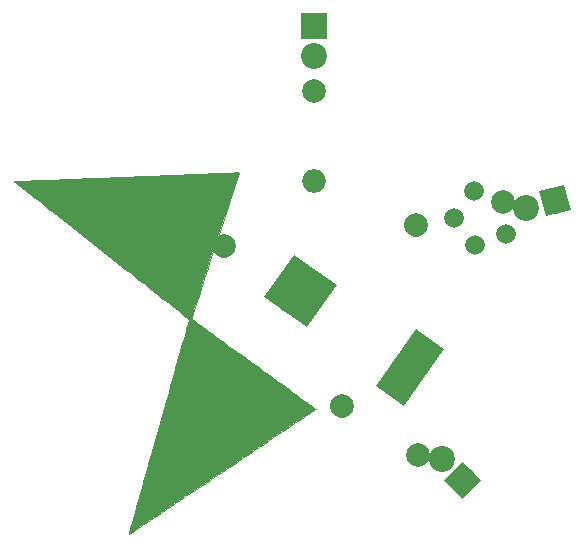
<source format=gbr>
G04 #@! TF.GenerationSoftware,KiCad,Pcbnew,5.0.0-4.fc30*
G04 #@! TF.CreationDate,2018-09-24T02:25:55-07:00*
G04 #@! TF.ProjectId,star,737461722E6B696361645F7063620000,rev?*
G04 #@! TF.SameCoordinates,Original*
G04 #@! TF.FileFunction,Soldermask,Bot*
G04 #@! TF.FilePolarity,Negative*
%FSLAX46Y46*%
G04 Gerber Fmt 4.6, Leading zero omitted, Abs format (unit mm)*
G04 Created by KiCad (PCBNEW 5.0.0-4.fc30) date Mon Sep 24 02:25:55 2018*
%MOMM*%
%LPD*%
G01*
G04 APERTURE LIST*
%ADD10C,0.010000*%
%ADD11C,2.900000*%
%ADD12C,0.100000*%
%ADD13C,4.400000*%
%ADD14C,2.000000*%
%ADD15C,2.000000*%
%ADD16C,1.670000*%
%ADD17R,2.200000X2.200000*%
%ADD18C,2.200000*%
%ADD19O,2.000000X2.000000*%
G04 APERTURE END LIST*
D10*
G04 #@! TO.C,G\002A\002A\002A*
G36*
X111807266Y-71520024D02*
X111813039Y-71520300D01*
X111919495Y-71527083D01*
X109914546Y-77707750D01*
X109753602Y-78204080D01*
X109596153Y-78690001D01*
X109442694Y-79163971D01*
X109293721Y-79624447D01*
X109149729Y-80069888D01*
X109011214Y-80498750D01*
X108878673Y-80909493D01*
X108752599Y-81300572D01*
X108633490Y-81670446D01*
X108521840Y-82017573D01*
X108418145Y-82340411D01*
X108322902Y-82637416D01*
X108236604Y-82907048D01*
X108159749Y-83147762D01*
X108092831Y-83358018D01*
X108036347Y-83536273D01*
X107990792Y-83680984D01*
X107956661Y-83790610D01*
X107934450Y-83863607D01*
X107924655Y-83898435D01*
X107924257Y-83901326D01*
X107942361Y-83914645D01*
X107993415Y-83951866D01*
X108076103Y-84012035D01*
X108189110Y-84094197D01*
X108331118Y-84197395D01*
X108500813Y-84320675D01*
X108696877Y-84463081D01*
X108917996Y-84623658D01*
X109162853Y-84801450D01*
X109430132Y-84995502D01*
X109718517Y-85204859D01*
X110026693Y-85428565D01*
X110353342Y-85665664D01*
X110697150Y-85915203D01*
X111056800Y-86176224D01*
X111430976Y-86447772D01*
X111818362Y-86728893D01*
X112217642Y-87018631D01*
X112627501Y-87316031D01*
X113046621Y-87620136D01*
X113182958Y-87719056D01*
X113604657Y-88025074D01*
X114017427Y-88324718D01*
X114419957Y-88617032D01*
X114810936Y-88901061D01*
X115189050Y-89175849D01*
X115552990Y-89440440D01*
X115901442Y-89693878D01*
X116233096Y-89935207D01*
X116546640Y-90163472D01*
X116840761Y-90377716D01*
X117114149Y-90576984D01*
X117365492Y-90760320D01*
X117593478Y-90926768D01*
X117796795Y-91075372D01*
X117974132Y-91205177D01*
X118124177Y-91315226D01*
X118245618Y-91404564D01*
X118337144Y-91472234D01*
X118397442Y-91517282D01*
X118425202Y-91538750D01*
X118427000Y-91540491D01*
X118409631Y-91553046D01*
X118358430Y-91588227D01*
X118274753Y-91645126D01*
X118159954Y-91722835D01*
X118015391Y-91820446D01*
X117842419Y-91937050D01*
X117642394Y-92071739D01*
X117416672Y-92223604D01*
X117166609Y-92391739D01*
X116893561Y-92575233D01*
X116598883Y-92773179D01*
X116283932Y-92984670D01*
X115950064Y-93208795D01*
X115598634Y-93444648D01*
X115230999Y-93691320D01*
X114848515Y-93947902D01*
X114452536Y-94213487D01*
X114044420Y-94487166D01*
X113625522Y-94768030D01*
X113197199Y-95055173D01*
X112760805Y-95347685D01*
X112317697Y-95644658D01*
X111869232Y-95945183D01*
X111416764Y-96248354D01*
X110961650Y-96553260D01*
X110505246Y-96858995D01*
X110048908Y-97164649D01*
X109593991Y-97469315D01*
X109141852Y-97772085D01*
X108693846Y-98072049D01*
X108251329Y-98368300D01*
X107815658Y-98659929D01*
X107388188Y-98946029D01*
X106970276Y-99225691D01*
X106563276Y-99498006D01*
X106168546Y-99762067D01*
X105787441Y-100016965D01*
X105421316Y-100261792D01*
X105071529Y-100495640D01*
X104739434Y-100717600D01*
X104426388Y-100926764D01*
X104133747Y-101122224D01*
X103862866Y-101303071D01*
X103615102Y-101468398D01*
X103391810Y-101617296D01*
X103194347Y-101748857D01*
X103024068Y-101862172D01*
X102882329Y-101956334D01*
X102770486Y-102030434D01*
X102689896Y-102083563D01*
X102641913Y-102114814D01*
X102627758Y-102123500D01*
X102615805Y-102107199D01*
X102615500Y-102102558D01*
X102621183Y-102080991D01*
X102637991Y-102019977D01*
X102665557Y-101920815D01*
X102703518Y-101784803D01*
X102751508Y-101613238D01*
X102809162Y-101407419D01*
X102876115Y-101168644D01*
X102952002Y-100898210D01*
X103036458Y-100597417D01*
X103129118Y-100267561D01*
X103229617Y-99909942D01*
X103337590Y-99525856D01*
X103452673Y-99116603D01*
X103574500Y-98683479D01*
X103702706Y-98227784D01*
X103836926Y-97750815D01*
X103976795Y-97253871D01*
X104121949Y-96738248D01*
X104272021Y-96205246D01*
X104426648Y-95656163D01*
X104585465Y-95092296D01*
X104748105Y-94514943D01*
X104914205Y-93925403D01*
X105083399Y-93324974D01*
X105166083Y-93031582D01*
X105336634Y-92426389D01*
X105504267Y-91831472D01*
X105668618Y-91248129D01*
X105829321Y-90677655D01*
X105986011Y-90121351D01*
X106138323Y-89580512D01*
X106285893Y-89056436D01*
X106428355Y-88550420D01*
X106565345Y-88063763D01*
X106696497Y-87597761D01*
X106821447Y-87153712D01*
X106939830Y-86732913D01*
X107051280Y-86336662D01*
X107155433Y-85966257D01*
X107251924Y-85622994D01*
X107340388Y-85308171D01*
X107420460Y-85023086D01*
X107491775Y-84769036D01*
X107553968Y-84547318D01*
X107606674Y-84359230D01*
X107649528Y-84206070D01*
X107682165Y-84089135D01*
X107704220Y-84009722D01*
X107715329Y-83969128D01*
X107716666Y-83963809D01*
X107700250Y-83950101D01*
X107651858Y-83911222D01*
X107572779Y-83848185D01*
X107464300Y-83762005D01*
X107327708Y-83653698D01*
X107164291Y-83524277D01*
X106975335Y-83374757D01*
X106762128Y-83206153D01*
X106525958Y-83019480D01*
X106268112Y-82815752D01*
X105989876Y-82595984D01*
X105692539Y-82361191D01*
X105377387Y-82112387D01*
X105045708Y-81850586D01*
X104698790Y-81576804D01*
X104337919Y-81292056D01*
X103964383Y-80997355D01*
X103579469Y-80693717D01*
X103184465Y-80382156D01*
X102780657Y-80063686D01*
X102369334Y-79739323D01*
X101951782Y-79410082D01*
X101529289Y-79076976D01*
X101103142Y-78741020D01*
X100674629Y-78403230D01*
X100245036Y-78064619D01*
X99815651Y-77726203D01*
X99387762Y-77388995D01*
X98962655Y-77054012D01*
X98541618Y-76722267D01*
X98125939Y-76394775D01*
X97716904Y-76072550D01*
X97315801Y-75756608D01*
X96923918Y-75447963D01*
X96542541Y-75147629D01*
X96172957Y-74856622D01*
X95816455Y-74575956D01*
X95474322Y-74306646D01*
X95147844Y-74049705D01*
X94838309Y-73806150D01*
X94547005Y-73576994D01*
X94275219Y-73363253D01*
X94024238Y-73165940D01*
X93795349Y-72986071D01*
X93589840Y-72824660D01*
X93408997Y-72682722D01*
X93254109Y-72561271D01*
X93126463Y-72461323D01*
X93027346Y-72383892D01*
X92958045Y-72329992D01*
X92919848Y-72300638D01*
X92912880Y-72295525D01*
X92899697Y-72274599D01*
X92902558Y-72268886D01*
X92924314Y-72267225D01*
X92986962Y-72263964D01*
X93089089Y-72259159D01*
X93229288Y-72252869D01*
X93406146Y-72245152D01*
X93618255Y-72236064D01*
X93864203Y-72225663D01*
X94142581Y-72214007D01*
X94451979Y-72201153D01*
X94790986Y-72187160D01*
X95158193Y-72172084D01*
X95552189Y-72155983D01*
X95971563Y-72138915D01*
X96414907Y-72120937D01*
X96880809Y-72102108D01*
X97367860Y-72082483D01*
X97874649Y-72062122D01*
X98399766Y-72041082D01*
X98941802Y-72019420D01*
X99499345Y-71997193D01*
X100070986Y-71974460D01*
X100655315Y-71951278D01*
X101250921Y-71927704D01*
X101474445Y-71918872D01*
X102082393Y-71894858D01*
X102683360Y-71871117D01*
X103275748Y-71847711D01*
X103857961Y-71824705D01*
X104428401Y-71802162D01*
X104985473Y-71780143D01*
X105527579Y-71758714D01*
X106053122Y-71737936D01*
X106560507Y-71717873D01*
X107048137Y-71698589D01*
X107514414Y-71680146D01*
X107957742Y-71662607D01*
X108376524Y-71646036D01*
X108769164Y-71630496D01*
X109134064Y-71616049D01*
X109469629Y-71602760D01*
X109774262Y-71590692D01*
X110046365Y-71579907D01*
X110284343Y-71570468D01*
X110486597Y-71562439D01*
X110651533Y-71555884D01*
X110777552Y-71550864D01*
X110863059Y-71547444D01*
X110870500Y-71547145D01*
X111059108Y-71539837D01*
X111238287Y-71533422D01*
X111402737Y-71528050D01*
X111547160Y-71523874D01*
X111666255Y-71521043D01*
X111754723Y-71519710D01*
X111807266Y-71520024D01*
X111807266Y-71520024D01*
G37*
X111807266Y-71520024D02*
X111813039Y-71520300D01*
X111919495Y-71527083D01*
X109914546Y-77707750D01*
X109753602Y-78204080D01*
X109596153Y-78690001D01*
X109442694Y-79163971D01*
X109293721Y-79624447D01*
X109149729Y-80069888D01*
X109011214Y-80498750D01*
X108878673Y-80909493D01*
X108752599Y-81300572D01*
X108633490Y-81670446D01*
X108521840Y-82017573D01*
X108418145Y-82340411D01*
X108322902Y-82637416D01*
X108236604Y-82907048D01*
X108159749Y-83147762D01*
X108092831Y-83358018D01*
X108036347Y-83536273D01*
X107990792Y-83680984D01*
X107956661Y-83790610D01*
X107934450Y-83863607D01*
X107924655Y-83898435D01*
X107924257Y-83901326D01*
X107942361Y-83914645D01*
X107993415Y-83951866D01*
X108076103Y-84012035D01*
X108189110Y-84094197D01*
X108331118Y-84197395D01*
X108500813Y-84320675D01*
X108696877Y-84463081D01*
X108917996Y-84623658D01*
X109162853Y-84801450D01*
X109430132Y-84995502D01*
X109718517Y-85204859D01*
X110026693Y-85428565D01*
X110353342Y-85665664D01*
X110697150Y-85915203D01*
X111056800Y-86176224D01*
X111430976Y-86447772D01*
X111818362Y-86728893D01*
X112217642Y-87018631D01*
X112627501Y-87316031D01*
X113046621Y-87620136D01*
X113182958Y-87719056D01*
X113604657Y-88025074D01*
X114017427Y-88324718D01*
X114419957Y-88617032D01*
X114810936Y-88901061D01*
X115189050Y-89175849D01*
X115552990Y-89440440D01*
X115901442Y-89693878D01*
X116233096Y-89935207D01*
X116546640Y-90163472D01*
X116840761Y-90377716D01*
X117114149Y-90576984D01*
X117365492Y-90760320D01*
X117593478Y-90926768D01*
X117796795Y-91075372D01*
X117974132Y-91205177D01*
X118124177Y-91315226D01*
X118245618Y-91404564D01*
X118337144Y-91472234D01*
X118397442Y-91517282D01*
X118425202Y-91538750D01*
X118427000Y-91540491D01*
X118409631Y-91553046D01*
X118358430Y-91588227D01*
X118274753Y-91645126D01*
X118159954Y-91722835D01*
X118015391Y-91820446D01*
X117842419Y-91937050D01*
X117642394Y-92071739D01*
X117416672Y-92223604D01*
X117166609Y-92391739D01*
X116893561Y-92575233D01*
X116598883Y-92773179D01*
X116283932Y-92984670D01*
X115950064Y-93208795D01*
X115598634Y-93444648D01*
X115230999Y-93691320D01*
X114848515Y-93947902D01*
X114452536Y-94213487D01*
X114044420Y-94487166D01*
X113625522Y-94768030D01*
X113197199Y-95055173D01*
X112760805Y-95347685D01*
X112317697Y-95644658D01*
X111869232Y-95945183D01*
X111416764Y-96248354D01*
X110961650Y-96553260D01*
X110505246Y-96858995D01*
X110048908Y-97164649D01*
X109593991Y-97469315D01*
X109141852Y-97772085D01*
X108693846Y-98072049D01*
X108251329Y-98368300D01*
X107815658Y-98659929D01*
X107388188Y-98946029D01*
X106970276Y-99225691D01*
X106563276Y-99498006D01*
X106168546Y-99762067D01*
X105787441Y-100016965D01*
X105421316Y-100261792D01*
X105071529Y-100495640D01*
X104739434Y-100717600D01*
X104426388Y-100926764D01*
X104133747Y-101122224D01*
X103862866Y-101303071D01*
X103615102Y-101468398D01*
X103391810Y-101617296D01*
X103194347Y-101748857D01*
X103024068Y-101862172D01*
X102882329Y-101956334D01*
X102770486Y-102030434D01*
X102689896Y-102083563D01*
X102641913Y-102114814D01*
X102627758Y-102123500D01*
X102615805Y-102107199D01*
X102615500Y-102102558D01*
X102621183Y-102080991D01*
X102637991Y-102019977D01*
X102665557Y-101920815D01*
X102703518Y-101784803D01*
X102751508Y-101613238D01*
X102809162Y-101407419D01*
X102876115Y-101168644D01*
X102952002Y-100898210D01*
X103036458Y-100597417D01*
X103129118Y-100267561D01*
X103229617Y-99909942D01*
X103337590Y-99525856D01*
X103452673Y-99116603D01*
X103574500Y-98683479D01*
X103702706Y-98227784D01*
X103836926Y-97750815D01*
X103976795Y-97253871D01*
X104121949Y-96738248D01*
X104272021Y-96205246D01*
X104426648Y-95656163D01*
X104585465Y-95092296D01*
X104748105Y-94514943D01*
X104914205Y-93925403D01*
X105083399Y-93324974D01*
X105166083Y-93031582D01*
X105336634Y-92426389D01*
X105504267Y-91831472D01*
X105668618Y-91248129D01*
X105829321Y-90677655D01*
X105986011Y-90121351D01*
X106138323Y-89580512D01*
X106285893Y-89056436D01*
X106428355Y-88550420D01*
X106565345Y-88063763D01*
X106696497Y-87597761D01*
X106821447Y-87153712D01*
X106939830Y-86732913D01*
X107051280Y-86336662D01*
X107155433Y-85966257D01*
X107251924Y-85622994D01*
X107340388Y-85308171D01*
X107420460Y-85023086D01*
X107491775Y-84769036D01*
X107553968Y-84547318D01*
X107606674Y-84359230D01*
X107649528Y-84206070D01*
X107682165Y-84089135D01*
X107704220Y-84009722D01*
X107715329Y-83969128D01*
X107716666Y-83963809D01*
X107700250Y-83950101D01*
X107651858Y-83911222D01*
X107572779Y-83848185D01*
X107464300Y-83762005D01*
X107327708Y-83653698D01*
X107164291Y-83524277D01*
X106975335Y-83374757D01*
X106762128Y-83206153D01*
X106525958Y-83019480D01*
X106268112Y-82815752D01*
X105989876Y-82595984D01*
X105692539Y-82361191D01*
X105377387Y-82112387D01*
X105045708Y-81850586D01*
X104698790Y-81576804D01*
X104337919Y-81292056D01*
X103964383Y-80997355D01*
X103579469Y-80693717D01*
X103184465Y-80382156D01*
X102780657Y-80063686D01*
X102369334Y-79739323D01*
X101951782Y-79410082D01*
X101529289Y-79076976D01*
X101103142Y-78741020D01*
X100674629Y-78403230D01*
X100245036Y-78064619D01*
X99815651Y-77726203D01*
X99387762Y-77388995D01*
X98962655Y-77054012D01*
X98541618Y-76722267D01*
X98125939Y-76394775D01*
X97716904Y-76072550D01*
X97315801Y-75756608D01*
X96923918Y-75447963D01*
X96542541Y-75147629D01*
X96172957Y-74856622D01*
X95816455Y-74575956D01*
X95474322Y-74306646D01*
X95147844Y-74049705D01*
X94838309Y-73806150D01*
X94547005Y-73576994D01*
X94275219Y-73363253D01*
X94024238Y-73165940D01*
X93795349Y-72986071D01*
X93589840Y-72824660D01*
X93408997Y-72682722D01*
X93254109Y-72561271D01*
X93126463Y-72461323D01*
X93027346Y-72383892D01*
X92958045Y-72329992D01*
X92919848Y-72300638D01*
X92912880Y-72295525D01*
X92899697Y-72274599D01*
X92902558Y-72268886D01*
X92924314Y-72267225D01*
X92986962Y-72263964D01*
X93089089Y-72259159D01*
X93229288Y-72252869D01*
X93406146Y-72245152D01*
X93618255Y-72236064D01*
X93864203Y-72225663D01*
X94142581Y-72214007D01*
X94451979Y-72201153D01*
X94790986Y-72187160D01*
X95158193Y-72172084D01*
X95552189Y-72155983D01*
X95971563Y-72138915D01*
X96414907Y-72120937D01*
X96880809Y-72102108D01*
X97367860Y-72082483D01*
X97874649Y-72062122D01*
X98399766Y-72041082D01*
X98941802Y-72019420D01*
X99499345Y-71997193D01*
X100070986Y-71974460D01*
X100655315Y-71951278D01*
X101250921Y-71927704D01*
X101474445Y-71918872D01*
X102082393Y-71894858D01*
X102683360Y-71871117D01*
X103275748Y-71847711D01*
X103857961Y-71824705D01*
X104428401Y-71802162D01*
X104985473Y-71780143D01*
X105527579Y-71758714D01*
X106053122Y-71737936D01*
X106560507Y-71717873D01*
X107048137Y-71698589D01*
X107514414Y-71680146D01*
X107957742Y-71662607D01*
X108376524Y-71646036D01*
X108769164Y-71630496D01*
X109134064Y-71616049D01*
X109469629Y-71602760D01*
X109774262Y-71590692D01*
X110046365Y-71579907D01*
X110284343Y-71570468D01*
X110486597Y-71562439D01*
X110651533Y-71555884D01*
X110777552Y-71550864D01*
X110863059Y-71547444D01*
X110870500Y-71547145D01*
X111059108Y-71539837D01*
X111238287Y-71533422D01*
X111402737Y-71528050D01*
X111547160Y-71523874D01*
X111666255Y-71521043D01*
X111754723Y-71519710D01*
X111807266Y-71520024D01*
G04 #@! TD*
D11*
G04 #@! TO.C,BT1*
X126406418Y-88031414D03*
D12*
G36*
X123526597Y-89616227D02*
X126910698Y-84783230D01*
X129286239Y-86446601D01*
X125902138Y-91279598D01*
X123526597Y-89616227D01*
X123526597Y-89616227D01*
G37*
D11*
X107893582Y-75068586D03*
D12*
G36*
X105013761Y-76653399D02*
X108397862Y-71820402D01*
X110773403Y-73483773D01*
X107389302Y-78316770D01*
X105013761Y-76653399D01*
X105013761Y-76653399D01*
G37*
D13*
X117150000Y-81550000D03*
D12*
G36*
X114085997Y-82090266D02*
X116609734Y-78485997D01*
X120214003Y-81009734D01*
X117690266Y-84614003D01*
X114085997Y-82090266D01*
X114085997Y-82090266D01*
G37*
G04 #@! TD*
D14*
G04 #@! TO.C,R2*
X134300000Y-74000000D03*
X126939645Y-75972201D03*
D15*
X126939645Y-75972201D02*
X126939645Y-75972201D01*
G04 #@! TD*
D16*
G04 #@! TO.C,*
X131828237Y-73050887D03*
G04 #@! TD*
G04 #@! TO.C,*
X130193449Y-75352653D03*
G04 #@! TD*
G04 #@! TO.C,*
X134540922Y-76761367D03*
G04 #@! TD*
G04 #@! TO.C,*
X131945173Y-77646239D03*
G04 #@! TD*
D17*
G04 #@! TO.C,D1*
X118300000Y-59100000D03*
D18*
X118300000Y-61640000D03*
G04 #@! TD*
G04 #@! TO.C,D2*
X136246548Y-74557400D03*
X138700000Y-73900000D03*
D12*
G36*
X139477817Y-72552781D02*
X140047219Y-74677817D01*
X137922183Y-75247219D01*
X137352781Y-73122183D01*
X139477817Y-72552781D01*
X139477817Y-72552781D01*
G37*
G04 #@! TD*
D18*
G04 #@! TO.C,D3*
X130900000Y-97600000D03*
D12*
G36*
X132455635Y-97600000D02*
X130900000Y-99155635D01*
X129344365Y-97600000D01*
X130900000Y-96044365D01*
X132455635Y-97600000D01*
X132455635Y-97600000D01*
G37*
D18*
X129103949Y-95803949D03*
G04 #@! TD*
G04 #@! TO.C,D4*
X107300000Y-96000000D03*
X105503949Y-97796051D03*
D12*
G36*
X105503949Y-99351686D02*
X103948314Y-97796051D01*
X105503949Y-96240416D01*
X107059584Y-97796051D01*
X105503949Y-99351686D01*
X105503949Y-99351686D01*
G37*
G04 #@! TD*
D18*
G04 #@! TO.C,D5*
X97800000Y-73900000D03*
D12*
G36*
X96452781Y-74677817D02*
X97022183Y-72552781D01*
X99147219Y-73122183D01*
X98577817Y-75247219D01*
X96452781Y-74677817D01*
X96452781Y-74677817D01*
G37*
D18*
X100253452Y-74557400D03*
G04 #@! TD*
D14*
G04 #@! TO.C,R1*
X118300000Y-64600000D03*
D19*
X118300000Y-72220000D03*
G04 #@! TD*
D14*
G04 #@! TO.C,R3*
X120709331Y-91299850D03*
D15*
X120709331Y-91299850D02*
X120709331Y-91299850D01*
D14*
X127100000Y-95450000D03*
G04 #@! TD*
G04 #@! TO.C,R4*
X109500000Y-95450000D03*
X115890670Y-91299851D03*
D15*
X115890670Y-91299851D02*
X115890670Y-91299851D01*
G04 #@! TD*
D14*
G04 #@! TO.C,R5*
X110660355Y-77772201D03*
D15*
X110660355Y-77772201D02*
X110660355Y-77772201D01*
D14*
X103300000Y-75800000D03*
G04 #@! TD*
M02*

</source>
